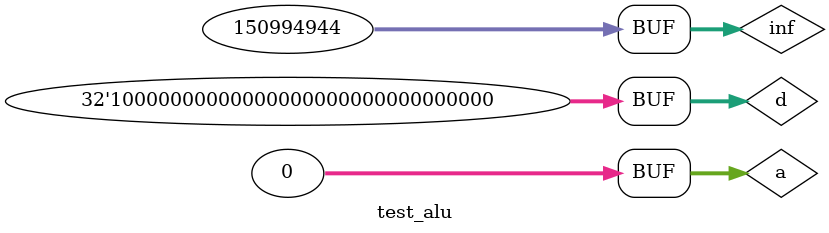
<source format=v>
module test_alu;
reg [31:0] a, d, inf;
wire [31:0] r;
wire n, z, c, v;

initial
begin

a = 32'b10; d = 32'b10; inf = 32'b00000000100010010001100010000000;
#10 a = 32'b10; d = 32'b10; inf = 32'b00010000100010010001100010000000;
#10 a = 32'b10000000000000000000000000000000; d = 32'b10000000000000000000000000000000; inf = 32'b00010000100010010001100010000000;
#10 a = 32'b10000000000000000000000000000000; d = 32'b10000000000000000000000000000000; inf = 32'b00010001100010010001100010000000;
#10 a = 32'b00000000000000000000000000000001; d = 32'b00000000000000000000000000000001; inf = 32'b00000010100010010001100010000000;
#10 a = 32'b10; d = 32'b10; inf = 32'b00010000100010001000100010000001;
#10 a = 32'b100; d = 32'b10; inf = 32'b00000000000010001000100001000001;
#10 inf = 32'b00000000000000000000000000000000;
#10 inf = 32'b00000001000000000000000000000000;
#10 inf = 32'b00000010000000000000000000000000;
#10 inf = 32'b00000011000000000000000000000000;
#10 inf = 32'b00000100000000000000000000000000;
#10 inf = 32'b00000101000000000000000000000000;
#10 inf = 32'b00000110000000000000000000000000;
#10 inf = 32'b00000111000000000000000000000000;
#10 inf = 32'b00001000000000000000000000000000;
#10 a = 32'b0; d = 32'b10000000000000000000000000000000;
#10 inf = 32'b00001001000000000000000000000000;

end

initial
begin

$monitor ($time, "a = %b, d = %b, inf = %b, r = %b, n = %b, z = %b, c = %b, v = %b", a, d, inf, r, n, z, c, v);

end

alu alu1(a, d, inf, r, n, z, c, v);

endmodule
</source>
